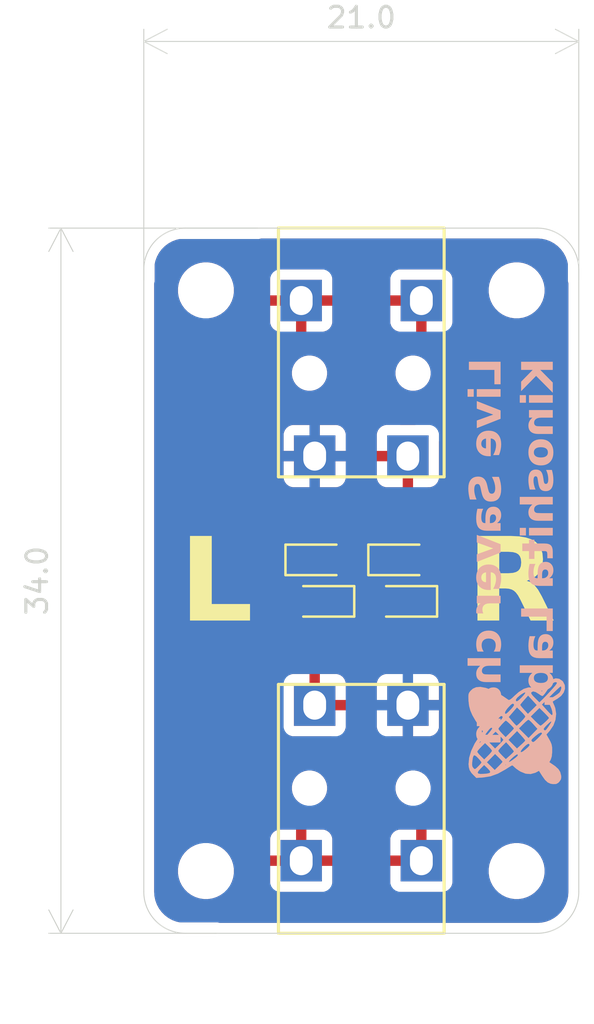
<source format=kicad_pcb>
(kicad_pcb (version 20241229) (generator "pcbnew") (generator_version "9.0")
  (layers (0 "F.Cu" signal) (2 "B.Cu" signal) (13 "F.Paste" user) (15 "B.Paste" user) (5 "F.SilkS" user "F.Silkscreen") (7 "B.SilkS" user "B.Silkscreen") (1 "F.Mask" user) (3 "B.Mask" user) (25 "Edge.Cuts" user))
  (net 0 "")
  (net 1 "GND")
  (net 2 "T")
  (net 3 "R")
  (footprint "LED_SMD:LED_0603_1608Metric_Pad1.05x0.95mm_HandSolder" (layer "F.Cu") (at 68 73.895)
    (property "Reference" "LED3" (hide yes))
    (property "Value" "red, Vf=1.75V")
    (fp_line (start -1.66 -0.735) (end -1.66 0.735) (stroke (width 0.12)) (layer "F.SilkS"))
    (fp_line (start -1.66 0.735) (end 0.8 0.735) (stroke (width 0.12)) (layer "F.SilkS"))
    (fp_line (start 0.8 -0.735) (end -1.66 -0.735) (stroke (width 0.12)) (layer "F.SilkS"))
    (pad "1" smd roundrect (at -0.875 0) (size 1.05 0.95) (layers "F.Cu" "F.Mask" "F.Paste") (net 2 "T"))
    (pad "2" smd roundrect (at 0.875 0) (size 1.05 0.95) (layers "F.Cu" "F.Mask" "F.Paste") (net 1 "GND"))
  )
  (footprint "LED_SMD:LED_0603_1608Metric_Pad1.05x0.95mm_HandSolder" (layer "F.Cu") (at 72 73.895)
    (property "Reference" "LED4" (hide yes))
    (property "Value" "red, Vf=1.75V")
    (fp_line (start -1.66 -0.735) (end -1.66 0.735) (stroke (width 0.12)) (layer "F.SilkS"))
    (fp_line (start -1.66 0.735) (end 0.8 0.735) (stroke (width 0.12)) (layer "F.SilkS"))
    (fp_line (start 0.8 -0.735) (end -1.66 -0.735) (stroke (width 0.12)) (layer "F.SilkS"))
    (pad "1" smd roundrect (at -0.875 0) (size 1.05 0.95) (layers "F.Cu" "F.Mask" "F.Paste") (net 3 "R"))
    (pad "2" smd roundrect (at 0.875 0) (size 1.05 0.95) (layers "F.Cu" "F.Mask" "F.Paste") (net 1 "GND"))
  )
  (footprint "MountingHole:MountingHole_2.2mm_M2_DIN965" (layer "F.Cu") (at 77.5 88.89875 90)
    (property "Reference" "H2" (hide yes))
    (property "Value" "MountingHole")
    (pad "" np_thru_hole circle (at 0 0 90) (size 2.2 2.2) (drill 2.2) (layers "*.Cu" "*.Mask"))
  )
  (footprint "LED_SMD:LED_0603_1608Metric_Pad1.05x0.95mm_HandSolder" (layer "F.Cu") (at 72 75.895 180)
    (property "Reference" "LED2" (hide yes))
    (property "Value" "red, Vf=1.75V")
    (fp_line (start 0.8 -0.735) (end -1.66 -0.735) (stroke (width 0.12)) (layer "F.SilkS"))
    (fp_line (start -1.66 0.735) (end 0.8 0.735) (stroke (width 0.12)) (layer "F.SilkS"))
    (fp_line (start -1.66 -0.735) (end -1.66 0.735) (stroke (width 0.12)) (layer "F.SilkS"))
    (pad "1" smd roundrect (at -0.875 0 180) (size 1.05 0.95) (layers "F.Cu" "F.Mask" "F.Paste") (net 1 "GND"))
    (pad "2" smd roundrect (at 0.875 0 180) (size 1.05 0.95) (layers "F.Cu" "F.Mask" "F.Paste") (net 3 "R"))
  )
  (footprint "MountingHole:MountingHole_2.2mm_M2_DIN965" (layer "F.Cu") (at 62.5 88.89875 90)
    (property "Reference" "H1" (hide yes))
    (property "Value" "MountingHole")
    (pad "" np_thru_hole circle (at 0 0 90) (size 2.2 2.2) (drill 2.2) (layers "*.Cu" "*.Mask"))
  )
  (footprint "LED_SMD:LED_0603_1608Metric_Pad1.05x0.95mm_HandSolder" (layer "F.Cu") (at 68 75.895 180)
    (property "Reference" "LED1" (hide yes))
    (property "Value" "red, Vf=1.75V")
    (fp_line (start 0.8 -0.735) (end -1.66 -0.735) (stroke (width 0.12)) (layer "F.SilkS"))
    (fp_line (start -1.66 0.735) (end 0.8 0.735) (stroke (width 0.12)) (layer "F.SilkS"))
    (fp_line (start -1.66 -0.735) (end -1.66 0.735) (stroke (width 0.12)) (layer "F.SilkS"))
    (pad "1" smd roundrect (at -0.875 0 180) (size 1.05 0.95) (layers "F.Cu" "F.Mask" "F.Paste") (net 1 "GND"))
    (pad "2" smd roundrect (at 0.875 0 180) (size 1.05 0.95) (layers "F.Cu" "F.Mask" "F.Paste") (net 2 "T"))
  )
  (footprint "my_footprint:3.5mm_Stereo_TRS_PJ-3210-4A_and_ST-005-G" (layer "F.Cu") (at 70 91.89875 90)
    (property "Reference" "J1" (hide yes))
    (property "Value" "AudioJack3")
    (fp_line (start 12 -4) (end 12 4) (stroke (width 0.15)) (layer "F.SilkS"))
    (fp_line (start 0 -4) (end 12 -4) (stroke (width 0.15)) (layer "F.SilkS"))
    (fp_line (start 0 -4) (end 0 4) (stroke (width 0.15)) (layer "F.SilkS"))
    (fp_line (start 12 4) (end 0 4) (stroke (width 0.15)) (layer "F.SilkS"))
    (pad "" np_thru_hole circle (at 7 -2.5 90) (size 1.2 1.2) (drill 1.2) (layers "*.Cu" "*.Mask"))
    (pad "" np_thru_hole circle (at 7 2.5 90) (size 1.2 1.2) (drill 1.2) (layers "*.Cu" "*.Mask"))
    (pad "R" thru_hole rect (at 11 -2.25 90) (size 2 2) (drill oval 1.4 1.1) (layers "*.Cu" "*.Mask") (net 3 "R"))
    (pad "S" thru_hole rect (at 11 2.25 90) (size 2 2) (drill oval 1.4 1.1) (layers "*.Cu" "*.Mask") (net 1 "GND"))
    (pad "T" thru_hole rect (at 3.5 -2.9 90) (size 2 2) (drill oval 1.4 1.1) (layers "*.Cu" "*.Mask") (net 2 "T"))
    (pad "T" thru_hole rect (at 3.5 2.9 90) (size 2 2) (drill oval 1.4 1.1) (layers "*.Cu" "*.Mask") (net 2 "T"))
  )
  (footprint "MountingHole:MountingHole_2.2mm_M2_DIN965" (layer "F.Cu") (at 62.5 60.89875 90)
    (property "Reference" "H3" (hide yes))
    (property "Value" "MountingHole")
    (pad "" np_thru_hole circle (at 0 0 90) (size 2.2 2.2) (drill 2.2) (layers "*.Cu" "*.Mask"))
  )
  (footprint "MountingHole:MountingHole_2.2mm_M2_DIN965" (layer "F.Cu") (at 77.5 60.89875 90)
    (property "Reference" "H4" (hide yes))
    (property "Value" "MountingHole")
    (pad "" np_thru_hole circle (at 0 0 90) (size 2.2 2.2) (drill 2.2) (layers "*.Cu" "*.Mask"))
  )
  (footprint "my_footprint:3.5mm_Stereo_TRS_PJ-3210-4A_and_ST-005-G" (layer "F.Cu") (at 70 57.89125 -90)
    (property "Reference" "J2" (hide yes))
    (property "Value" "AudioJack3")
    (fp_line (start 12 4) (end 0 4) (stroke (width 0.15)) (layer "F.SilkS"))
    (fp_line (start 0 -4) (end 0 4) (stroke (width 0.15)) (layer "F.SilkS"))
    (fp_line (start 0 -4) (end 12 -4) (stroke (width 0.15)) (layer "F.SilkS"))
    (fp_line (start 12 -4) (end 12 4) (stroke (width 0.15)) (layer "F.SilkS"))
    (pad "" np_thru_hole circle (at 7 -2.5 270) (size 1.2 1.2) (drill 1.2) (layers "*.Cu" "*.Mask"))
    (pad "" np_thru_hole circle (at 7 2.5 270) (size 1.2 1.2) (drill 1.2) (layers "*.Cu" "*.Mask"))
    (pad "R" thru_hole rect (at 11 -2.25 270) (size 2 2) (drill oval 1.4 1.1) (layers "*.Cu" "*.Mask") (net 3 "R"))
    (pad "S" thru_hole rect (at 11 2.25 270) (size 2 2) (drill oval 1.4 1.1) (layers "*.Cu" "*.Mask") (net 1 "GND"))
    (pad "T" thru_hole rect (at 3.5 -2.9 270) (size 2 2) (drill oval 1.4 1.1) (layers "*.Cu" "*.Mask") (net 2 "T"))
    (pad "T" thru_hole rect (at 3.5 2.9 270) (size 2 2) (drill oval 1.4 1.1) (layers "*.Cu" "*.Mask") (net 2 "T"))
  )
  (footprint "my_footprint:kinoshita-logo_simplified_600dpi" (layer "B.Cu") (at 77.5 82.14875 -90)
    (property "Reference" "G***" (hide yes))
    (property "Value" "LOGO" (hide yes))
    (fp_poly (pts (xy -1.571861 2.325303) (xy -1.455546 2.319804) (xy -1.217827 2.292772) (xy -0.992627 2.232784) (xy -0.761419 2.13211) (xy -0.505671 1.983021) (xy -0.277801 1.828553) (xy 0.015898 1.620546) (xy 0.10094 1.68315) (xy 0.423333 1.68315) (xy 0.434745 1.653685) (xy 0.476674 1.681563) (xy 0.533188 1.741663) (xy 0.586821 1.803936) (xy 0.580664 1.810615) (xy 0.518583 1.773813) (xy 0.447463 1.719302) (xy 0.423333 1.68315) (xy 0.10094 1.68315) (xy 0.26513 1.804019) (xy 0.606403 2.024357) (xy 1.164747 2.024357) (xy 1.217038 1.943486) (xy 1.30011 1.860074) (xy 1.402471 1.76966) (xy 1.481926 1.709107) (xy 1.513769 1.693333) (xy 1.560947 1.721333) (xy 1.643959 1.793198) (xy 1.707068 1.855056) (xy 1.796903 1.949796) (xy 1.83422 2.006475) (xy 1.82583 2.047432) (xy 1.779876 2.093802) (xy 1.714514 2.137597) (xy 1.629787 2.154074) (xy 1.497719 2.147353) (xy 1.451203 2.142199) (xy 1.277211 2.115091) (xy 1.183265 2.078684) (xy 1.164747 2.024357) (xy 0.606403 2.024357) (xy 0.608947 2.025999) (xy 0.952148 2.188349) (xy 1.283016 2.28705) (xy 1.589831 2.318084) (xy 1.731358 2.306851) (xy 1.884556 2.264667) (xy 2.019231 2.176922) (xy 2.088657 2.112303) (xy 2.254494 1.946466) (xy 2.234321 1.618816) (xy 2.177567 1.261691) (xy 2.048885 0.904385) (xy 1.843975 0.535328) (xy 1.815982 0.492592) (xy 1.734166 0.365388) (xy 1.675138 0.26579) (xy 1.651067 0.214396) (xy 1.650999 0.213404) (xy 1.679274 0.165434) (xy 1.740576 0.101811) (xy 1.812201 0.019516) (xy 1.899141 -0.104439) (xy 1.951846 -0.1905) (xy 2.050122 -0.432624) (xy 2.069045 -0.672483) (xy 2.008021 -0.899112) (xy 1.992064 -0.931045) (xy 1.913344 -1.078924) (xy 2.160302 -1.235071) (xy 2.351603 -1.37188) (xy 2.473318 -1.502398) (xy 2.537384 -1.643184) (xy 2.555426 -1.783074) (xy 2.54519 -1.913818) (xy 2.493303 -2.007233) (xy 2.436494 -2.061902) (xy 2.328678 -2.134642) (xy 2.216267 -2.152371) (xy 2.149738 -2.146194) (xy 1.977396 -2.102443) (xy 1.8338 -2.013121) (xy 1.697888 -1.863164) (xy 1.640336 -1.781908) (xy 1.500999 -1.575005) (xy 1.374916 -1.643791) (xy 1.226489 -1.691362) (xy 1.009889 -1.712604) (xy 0.9525 -1.713538) (xy 0.776249 -1.708298) (xy 0.643591 -1.684289) (xy 0.513868 -1.631142) (xy 0.41051 -1.575291) (xy 0.164853 -1.436081) (xy -0.025755 -1.603861) (xy -0.271711 -1.771122) (xy -0.54503 -1.872356) (xy -0.827792 -1.904335) (xy -1.102079 -1.863827) (xy -1.221707 -1.819404) (xy -1.33193 -1.770466) (xy -1.404428 -1.740307) (xy -1.418749 -1.735667) (xy -1.44432 -1.769382) (xy -1.498377 -1.857147) (xy -1.559069 -1.962147) (xy -1.697795 -2.146899) (xy -1.863239 -2.270905) (xy -2.041276 -2.330169) (xy -2.21778 -2.320696) (xy -2.378624 -2.238492) (xy -2.416257 -2.20459) (xy -2.468735 -2.126494) (xy -2.159 -2.126494) (xy -2.126271 -2.158725) (xy -2.046984 -2.157267) (xy -1.949491 -2.127888) (xy -1.862146 -2.076357) (xy -1.847624 -2.063138) (xy -1.773234 -1.972263) (xy -1.684102 -1.840736) (xy -1.627298 -1.745681) (xy -1.554633 -1.627933) (xy -1.49258 -1.547622) (xy -1.4605 -1.52422) (xy -1.401606 -1.542238) (xy -1.295288 -1.588427) (xy -1.209909 -1.630011) (xy -1.06913 -1.689282) (xy -0.934384 -1.726049) (xy -0.826795 -1.736881) (xy -0.767486 -1.718347) (xy -0.762 -1.702751) (xy -0.790984 -1.662313) (xy -0.465667 -1.662313) (xy -0.458411 -1.680068) (xy -0.427647 -1.672988) (xy -0.359879 -1.634085) (xy -0.24161 -1.556374) (xy -0.177692 -1.513231) (xy -0.072415 -1.435692) (xy -0.030056 -1.382678) (xy -0.039254 -1.338078) (xy -0.046997 -1.327882) (xy -0.084366 -1.301613) (xy -0.134542 -1.316592) (xy -0.214354 -1.381283) (xy -0.282055 -1.446094) (xy -0.379297 -1.547032) (xy -0.445862 -1.626652) (xy -0.465667 -1.662313) (xy -0.790984 -1.662313) (xy -0.791684 -1.661337) (xy -0.870569 -1.58039) (xy -0.983403 -1.47528) (xy -1.019907 -1.442817) (xy -1.277813 -1.215798) (xy -1.718407 -1.654893) (xy -1.873818 -1.811875) (xy -2.00519 -1.948579) (xy -2.101922 -2.053657) (xy -2.15341 -2.11576) (xy -2.159 -2.126494) (xy -2.468735 -2.126494) (xy -2.518044 -2.053115) (xy -2.540026 -1.888405) (xy -2.527418 -1.849557) (xy -2.36305 -1.849557) (xy -2.354834 -1.927533) (xy -2.331217 -1.949642) (xy -2.283084 -1.934477) (xy -2.200127 -1.875466) (xy -2.072038 -1.766041) (xy -1.999959 -1.701347) (xy -1.843403 -1.557626) (xy -1.693286 -1.416388) (xy -1.571878 -1.298738) (xy -1.525406 -1.251723) (xy -1.380517 -1.100814) (xy -1.118796 -1.100814) (xy -0.888928 -1.333574) (xy -0.7765 -1.444022) (xy -0.686559 -1.526106) (xy -0.635488 -1.565028) (xy -0.631255 -1.566334) (xy -0.590076 -1.537581) (xy -0.511124 -1.462861) (xy -0.428725 -1.376779) (xy -0.336278 -1.27128) (xy -0.272942 -1.189046) (xy -0.257253 -1.159259) (xy 0.069051 -1.159259) (xy 0.080297 -1.217195) (xy 0.120506 -1.227667) (xy 0.163428 -1.199617) (xy 0.247093 -1.125879) (xy 0.353846 -1.022066) (xy 0.359872 -1.01596) (xy 0.467549 -0.903164) (xy 0.522394 -0.831596) (xy 0.533066 -0.784283) (xy 0.508221 -0.74425) (xy 0.501809 -0.737667) (xy 0.462442 -0.70904) (xy 0.419915 -0.715397) (xy 0.358882 -0.766382) (xy 0.263995 -0.871642) (xy 0.235169 -0.905244) (xy 0.12113 -1.053995) (xy 0.069051 -1.159259) (xy -0.257253 -1.159259) (xy -0.254 -1.153083) (xy -0.282106 -1.108809) (xy -0.356305 -1.023409) (xy -0.46142 -0.914189) (xy -0.477714 -0.898007) (xy -0.701427 -0.677073) (xy -0.910111 -0.888944) (xy -1.118796 -1.100814) (xy -1.380517 -1.100814) (xy -1.378644 -1.098864) (xy -1.596814 -0.880695) (xy -1.714353 -0.768062) (xy -1.791397 -0.709996) (xy -1.843352 -0.697475) (xy -1.878864 -0.715542) (xy -1.916019 -0.797713) (xy -1.885398 -0.920025) (xy -1.789087 -1.074789) (xy -1.777154 -1.090191) (xy -1.718215 -1.179941) (xy -1.693337 -1.247255) (xy -1.693334 -1.247736) (xy -1.726943 -1.292444) (xy -1.81629 -1.366319) (xy -1.944156 -1.455565) (xy -1.986795 -1.48286) (xy -2.18768 -1.622605) (xy -2.311691 -1.743136) (xy -2.36305 -1.849557) (xy -2.527418 -1.849557) (xy -2.484585 -1.717582) (xy -2.354094 -1.54777) (xy -2.150933 -1.386093) (xy -2.140827 -1.379575) (xy -1.906361 -1.229589) (xy -2.011514 -1.031823) (xy -2.095691 -0.803577) (xy -2.102448 -0.575985) (xy -2.095377 -0.553213) (xy -1.7145 -0.553213) (xy -1.251748 -0.975573) (xy -1.038624 -0.760232) (xy -0.850262 -0.569909) (xy -0.550349 -0.569909) (xy -0.520787 -0.618045) (xy -0.443083 -0.702918) (xy -0.333736 -0.806585) (xy -0.328099 -0.811615) (xy -0.105834 -1.009396) (xy 0.116912 -0.791404) (xy 0.334366 -0.578592) (xy 0.608058 -0.578592) (xy 0.610957 -0.588014) (xy 0.649905 -0.627076) (xy 0.700526 -0.618648) (xy 0.775526 -0.555602) (xy 0.884328 -0.434656) (xy 0.985415 -0.302079) (xy 1.021637 -0.217396) (xy 1.013842 -0.192576) (xy 0.965332 -0.197207) (xy 0.884025 -0.250405) (xy 0.788782 -0.333655) (xy 0.698465 -0.428446) (xy 0.631936 -0.516263) (xy 0.608058 -0.578592) (xy 0.334366 -0.578592) (xy 0.339658 -0.573413) (xy 0.106899 -0.340653) (xy -0.125861 -0.107894) (xy -0.338097 -0.316939) (xy -0.443546 -0.426643) (xy -0.519526 -0.516833) (xy -0.550281 -0.568728) (xy -0.550349 -0.569909) (xy -0.850262 -0.569909) (xy -0.8255 -0.54489) (xy -1.030679 -0.357112) (xy -1.139303 -0.261498) (xy -1.223438 -0.194432) (xy -1.263513 -0.17096) (xy -1.306734 -0.198072) (xy -1.393282 -0.267533) (xy -1.502834 -0.3629) (xy -1.7145 -0.553213) (xy -2.095377 -0.553213) (xy -2.053783 -0.419282) (xy -1.867916 -0.419282) (xy -1.827574 -0.416073) (xy -1.742169 -0.356435) (xy -1.616884 -0.241263) (xy -1.594354 -0.218625) (xy -1.48801 -0.10515) (xy -1.437115 -0.032802) (xy -1.435844 -0.017118) (xy -1.144124 -0.017118) (xy -0.94407 -0.220226) (xy -0.836825 -0.323125) (xy -0.749421 -0.396194) (xy -0.701546 -0.423334) (xy -0.651807 -0.395566) (xy -0.562713 -0.322865) (xy -0.456538 -0.223842) (xy -0.354187 -0.119343) (xy -0.281367 -0.037958) (xy -0.269972 -0.021167) (xy -0.005595 -0.021167) (xy 0.211822 -0.22225) (xy 0.323494 -0.32143) (xy 0.411327 -0.39188) (xy 0.457139 -0.419068) (xy 0.458036 -0.419026) (xy 0.499186 -0.387526) (xy 0.577857 -0.309692) (xy 0.665475 -0.215096) (xy 0.821774 -0.04044) (xy 1.120663 -0.04044) (xy 1.154132 -0.06561) (xy 1.203101 -0.042535) (xy 1.276909 0.036694) (xy 1.384896 0.17999) (xy 1.391081 0.188588) (xy 1.459829 0.292313) (xy 1.495139 0.362171) (xy 1.493111 0.381) (xy 1.43693 0.351879) (xy 1.354051 0.278388) (xy 1.262862 0.181328) (xy 1.181746 0.081506) (xy 1.129091 -0.000276) (xy 1.120663 -0.04044) (xy 0.821774 -0.04044) (xy 0.844117 -0.015473) (xy 0.633725 0.191755) (xy 0.423333 0.398984) (xy 0.208869 0.188908) (xy -0.005595 -0.021167) (xy -0.269972 -0.021167) (xy -0.254 0.002365) (xy -0.28393 0.041256) (xy -0.362187 0.116873) (xy -0.46562 0.20752) (xy -0.67724 0.38596) (xy -1.144124 -0.017118) (xy -1.435844 -0.017118) (xy -1.433397 0.013047) (xy -1.451184 0.034601) (xy -1.519687 0.040267) (xy -1.615488 -0.028948) (xy -1.734248 -0.169392) (xy -1.792675 -0.252836) (xy -1.858011 -0.365168) (xy -1.867916 -0.419282) (xy -2.053783 -0.419282) (xy -2.030405 -0.344007) (xy -1.878181 -0.102603) (xy -1.702446 0.095934) (xy -1.637958 0.16487) (xy -1.322087 0.16487) (xy -1.308998 0.144147) (xy -1.272919 0.120161) (xy -1.221402 0.134258) (xy -1.139015 0.194401) (xy -1.036203 0.284931) (xy -0.927794 0.390146) (xy -0.851625 0.476899) (xy -0.827186 0.520296) (xy -0.508 0.520296) (xy -0.480454 0.476307) (xy -0.411332 0.395869) (xy -0.320912 0.299921) (xy -0.229469 0.209404) (xy -0.15728 0.145259) (xy -0.127178 0.127) (xy -0.087295 0.154919) (xy -0.006416 0.228082) (xy 0.096999 0.329697) (xy 0.272052 0.507424) (xy 0.532139 0.507424) (xy 0.742319 0.319109) (xy 0.852937 0.223249) (xy 0.938856 0.154779) (xy 0.980652 0.128897) (xy 1.021172 0.157241) (xy 1.098606 0.232952) (xy 1.183137 0.325052) (xy 1.35747 0.523105) (xy 1.351522 0.529166) (xy 1.608666 0.529166) (xy 1.629833 0.508) (xy 1.651 0.529166) (xy 1.629833 0.550333) (xy 1.608666 0.529166) (xy 1.351522 0.529166) (xy 1.17792 0.706052) (xy 1.075356 0.803351) (xy 0.991881 0.869704) (xy 0.9525 0.889) (xy 0.900844 0.860762) (xy 0.812067 0.787217) (xy 0.719383 0.698212) (xy 0.532139 0.507424) (xy 0.272052 0.507424) (xy 0.296648 0.532395) (xy 0.110011 0.715566) (xy 0.00598 0.809304) (xy -0.077639 0.869615) (xy -0.117858 0.883285) (xy -0.174789 0.845798) (xy -0.263076 0.772237) (xy -0.361178 0.682645) (xy -0.447552 0.597066) (xy -0.500653 0.535542) (xy -0.508 0.520296) (xy -0.827186 0.520296) (xy -0.823154 0.527454) (xy -0.823344 0.529166) (xy -0.864306 0.570773) (xy -0.950738 0.547402) (xy -1.076853 0.461466) (xy -1.161062 0.388382) (xy -1.269006 0.282843) (xy -1.319523 0.213552) (xy -1.322087 0.16487) (xy -1.637958 0.16487) (xy -1.577838 0.229135) (xy -1.511194 0.319652) (xy -1.495171 0.378685) (xy -1.503482 0.39938) (xy -1.677539 0.653708) (xy -1.741975 0.756029) (xy -0.727972 0.756029) (xy -0.726367 0.709108) (xy -0.716223 0.69435) (xy -0.678771 0.669992) (xy -0.625485 0.686651) (xy -0.53994 0.752373) (xy -0.470778 0.814569) (xy -0.368586 0.915022) (xy -0.297798 0.996605) (xy -0.286977 1.016) (xy 0.024705 1.016) (xy 0.211666 0.8255) (xy 0.312377 0.726544) (xy 0.38934 0.657668) (xy 0.423155 0.635) (xy 0.463038 0.662919) (xy 0.543918 0.736082) (xy 0.647332 0.837697) (xy 0.846947 1.04036) (xy 1.100677 1.04036) (xy 1.278819 0.858847) (xy 1.377155 0.762514) (xy 1.451595 0.696695) (xy 1.481666 0.677333) (xy 1.52189 0.705241) (xy 1.602222 0.777992) (xy 1.693333 0.867833) (xy 1.880294 1.058333) (xy 1.693178 1.248991) (xy 1.506061 1.439649) (xy 1.303369 1.240004) (xy 1.100677 1.04036) (xy 0.846947 1.04036) (xy 0.846982 1.040395) (xy 0.665305 1.218697) (xy 0.561857 1.313758) (xy 0.478861 1.378441) (xy 0.441128 1.397) (xy 0.391289 1.368815) (xy 0.303867 1.295408) (xy 0.211666 1.2065) (xy 0.024705 1.016) (xy -0.286977 1.016) (xy -0.275167 1.037166) (xy -0.301887 1.077791) (xy -0.380307 1.054523) (xy -0.507815 0.968422) (xy -0.571592 0.916948) (xy -0.679701 0.820197) (xy -0.727972 0.756029) (xy -1.741975 0.756029) (xy -1.807772 0.860508) (xy -1.904581 1.03728) (xy -1.974651 1.192331) (xy -1.978374 1.20304) (xy -0.163299 1.20304) (xy -0.14169 1.171801) (xy -0.101599 1.18529) (xy -0.021368 1.240676) (xy 0.078497 1.320774) (xy 0.177488 1.408398) (xy 0.255101 1.486363) (xy 0.282867 1.524227) (xy 0.575261 1.524227) (xy 0.740722 1.35478) (xy 0.839559 1.261425) (xy 0.919437 1.199881) (xy 0.952277 1.185333) (xy 1.004075 1.213573) (xy 1.092926 1.287109) (xy 1.185221 1.375719) (xy 1.372071 1.566106) (xy 1.370496 1.567719) (xy 1.632464 1.567719) (xy 1.798428 1.397756) (xy 1.904704 1.300082) (xy 1.977139 1.268043) (xy 2.023544 1.306627) (xy 2.051726 1.420821) (xy 2.066319 1.568854) (xy 2.071177 1.751982) (xy 2.050459 1.85618) (xy 1.999747 1.884497) (xy 1.914621 1.839983) (xy 1.810318 1.745573) (xy 1.632464 1.567719) (xy 1.370496 1.567719) (xy 1.206611 1.735553) (xy 1.107773 1.828908) (xy 1.027895 1.890452) (xy 0.995056 1.905) (xy 0.943258 1.87676) (xy 0.854407 1.803224) (xy 0.762111 1.714614) (xy 0.575261 1.524227) (xy 0.282867 1.524227) (xy 0.289277 1.532968) (xy 0.284487 1.566577) (xy 0.223403 1.547584) (xy 0.113354 1.479255) (xy 0.027254 1.416227) (xy -0.094864 1.317617) (xy -0.155228 1.251116) (xy -0.163299 1.20304) (xy -1.978374 1.20304) (xy -2.079915 1.495062) (xy -2.125864 1.744652) (xy -2.112224 1.948645) (xy -2.03872 2.114585) (xy -1.937099 2.224615) (xy -1.864506 2.280629) (xy -1.795685 2.31287) (xy -1.706261 2.326155) (xy -1.571861 2.325303)) (stroke (width 0.01)) (fill yes) (layer "B.SilkS"))
  )
  (gr_line (start 80.5 59.89875) (end 80.5 89.89875) (stroke (width 0.05)) (layer "Edge.Cuts"))
  (gr_arc (start 78.5 57.89875) (mid 79.914214 58.484536) (end 80.5 59.89875) (stroke (width 0.05)) (layer "Edge.Cuts"))
  (gr_arc (start 59.5 59.89875) (mid 60.085786 58.484536) (end 61.5 57.89875) (stroke (width 0.05)) (layer "Edge.Cuts"))
  (gr_arc (start 80.5 89.89875) (mid 79.914214 91.312964) (end 78.5 91.89875) (stroke (width 0.05)) (layer "Edge.Cuts"))
  (gr_arc (start 61.5 91.89875) (mid 60.085786 91.312964) (end 59.5 89.89875) (stroke (width 0.05)) (layer "Edge.Cuts"))
  (gr_line (start 78.5 91.89875) (end 61.5 91.89875) (stroke (width 0.05)) (layer "Edge.Cuts"))
  (gr_line (start 59.5 89.89875) (end 59.5 59.89875) (stroke (width 0.05)) (layer "Edge.Cuts"))
  (gr_line (start 61.5 57.89875) (end 78.5 57.89875) (stroke (width 0.05)) (layer "Edge.Cuts"))
  (gr_text "L" (at 63 77.5 0) (layer "F.SilkS") (effects (font (size 4 4) (thickness 0.4) (bold yes)) (justify bottom)))
  (gr_text "R" (at 77.25 77.5 0) (layer "F.SilkS") (effects (font (size 4 4) (thickness 0.4) (bold yes)) (justify bottom)))
  (gr_text "Live Saver chan\nKinoshita Lab." (at 79.5 64.14875 90) (layer "B.SilkS") (effects (font (size 1.5 1.5) (thickness 0.3) (bold yes)) (justify left bottom mirror)))
  (dimension (type orthogonal) (layer "Edge.Cuts") (pts (xy 59.5 60.89875) (xy 80.5 60.89875)) (height -12) (orientation 0) (format (prefix "") (suffix "") (units 3) (units_format 0) (precision 1)) (style (thickness 0.05) (arrow_length 1.27) (text_position_mode 0) (arrow_direction outward) (extension_height 0.58642) (extension_offset 0.5) (keep_text_aligned yes)) (gr_text "21.0" (at 70 47.74875 0) (layer "Edge.Cuts") (effects (font (size 1 1) (thickness 0.15)))))
  (dimension (type orthogonal) (layer "Edge.Cuts") (pts (xy 63.5 91.89875) (xy 65.5 57.89875)) (height -8) (orientation 1) (format (prefix "") (suffix "") (units 3) (units_format 0) (precision 1)) (style (thickness 0.05) (arrow_length 1.27) (text_position_mode 0) (arrow_direction outward) (extension_height 0.58642) (extension_offset 0.5) (keep_text_aligned yes)) (gr_text "34.0" (at 54.35 74.89875 90) (layer "Edge.Cuts") (effects (font (size 1 1) (thickness 0.15)))))
  (zone (net 2) (net_name "T") (layer "F.Cu") (priority 3) (connect_pads (clearance 0.5)) (min_thickness 0.25) (fill yes (thermal_gap 0.5) (thermal_bridge_width 0.5))
    (polygon (pts (xy 74.07875 89.64875) (xy 62.57875 89.64875) (xy 62.57875 60.14875) (xy 74.07875 60.14875) (xy 74.07875 63.14875) (xy 65.07875 63.14875) (xy 65.07875 71.39875) (xy 67.57875 71.39875) (xy 67.57875 78.64875) (xy 65.82875 78.64875) (xy 65.82875 86.39875) (xy 74.07875 86.39875)))
  )
  (zone (net 2) (net_name "T") (layer "F.Cu") (priority 5) (connect_pads yes (clearance 0.5)) (min_thickness 0.25) (fill yes (thermal_gap 0.5) (thermal_bridge_width 0.5))
    (polygon (pts (xy 67.75 72.5) (xy 67.75 77) (xy 66 77) (xy 66 72.5)))
  )
  (zone (net 3) (net_name "R") (layer "F.Cu") (priority 3) (connect_pads (clearance 0.5)) (min_thickness 0.25) (fill yes (thermal_gap 0.5) (thermal_bridge_width 0.5))
    (polygon (pts (xy 66.32875 82.39875) (xy 66.32875 78.89875) (xy 70.07875 78.89875) (xy 70.07875 67.14875) (xy 73.82875 67.14875) (xy 73.82875 70.14875) (xy 72.57875 70.14875) (xy 72.57875 79.64875) (xy 71.07875 79.64875) (xy 71.07875 82.39875)))
  )
  (zone (net 1) (net_name "GND") (layer "F.Cu") (priority 2) (connect_pads (clearance 0.5)) (min_thickness 0.25) (fill yes (thermal_gap 0.5) (thermal_bridge_width 0.5))
    (polygon (pts (xy 59.57875 91.89875) (xy 59.57875 57.89875) (xy 80.57875 57.89125) (xy 80.57875 91.89875)))
  )
  (zone (net 3) (net_name "R") (layer "F.Cu") (priority 5) (connect_pads yes (clearance 0.5)) (min_thickness 0.25) (fill yes (thermal_gap 0.5) (thermal_bridge_width 0.5))
    (polygon (pts (xy 70.25 72.5) (xy 72.5 72.5) (xy 72.5 77) (xy 70.25 77)))
  )
  (zone (net 1) (net_name "GND") (layer "F.Cu") (priority 5) (connect_pads yes (clearance 0.5)) (min_thickness 0.25) (fill yes (thermal_gap 0.5) (thermal_bridge_width 0.5))
    (polygon (pts (xy 69.75 72.5) (xy 69.75 78.5) (xy 68 78.5) (xy 68 72.5) (xy 68.25 72.5)))
  )
  (zone (net 1) (net_name "GND") (layer "F.Cu") (priority 5) (connect_pads yes (clearance 0.5)) (min_thickness 0.25) (fill yes (thermal_gap 0.5) (thermal_bridge_width 0.5))
    (polygon (pts (xy 72.75 72.5) (xy 72.75 77) (xy 74.5 77) (xy 74.5 72.5)))
  )
  (zone (net 1) (net_name "GND") (layer "B.Cu") (priority 1) (connect_pads (clearance 0.5)) (min_thickness 0.25) (fill yes (thermal_gap 0.5) (thermal_bridge_width 0.5))
    (polygon (pts (xy 59.57875 91.89875) (xy 59.57875 57.89875) (xy 80.57875 57.89875) (xy 80.57875 91.89875)))
  )
)
</source>
